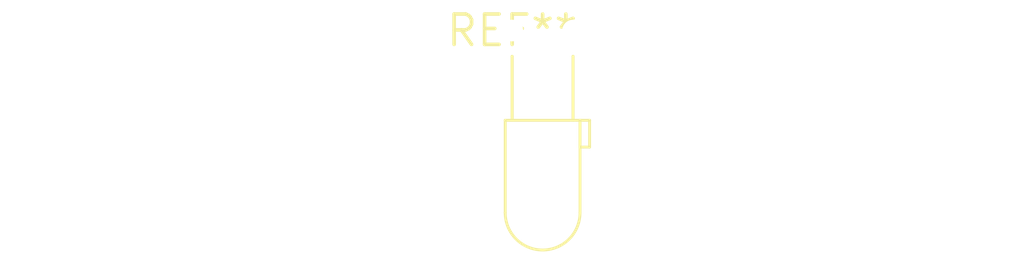
<source format=kicad_pcb>
(kicad_pcb (version 20240108) (generator pcbnew)
  (layers (0 "F.Cu" signal) (31 "B.Cu" signal) (34 "B.Paste" user) (35 "F.Paste" user) (36 "B.SilkS" user "B.Silkscreen") (37 "F.SilkS" user "F.Silkscreen") (38 "B.Mask" user) (39 "F.Mask" user) (44 "Edge.Cuts" user))
  (net 0 "")
  (footprint "LED_D3.0mm_Horizontal_O3.81mm_Z10.0mm" (layer "F.Cu") (at 0 0)
    (property "Reference" "REF**")
    (property "Value" "LED_D3.0mm_Horizontal_O3.81mm_Z10.0mm")
    (fp_line (start -0.29 3.75) (end -0.29 7.61) (layer "F.SilkS") (stroke (width 0.12)))
    (fp_line (start -0.29 3.75) (end 2.83 3.75) (layer "F.SilkS") (stroke (width 0.12)))
    (fp_line (start 0 1.08) (end 0 1.08) (layer "F.SilkS") (stroke (width 0.12)))
    (fp_line (start 0 1.08) (end 0 3.75) (layer "F.SilkS") (stroke (width 0.12)))
    (fp_line (start 0 3.75) (end 0 1.08) (layer "F.SilkS") (stroke (width 0.12)))
    (fp_line (start 0 3.75) (end 0 3.75) (layer "F.SilkS") (stroke (width 0.12)))
    (fp_line (start 2.54 1.08) (end 2.54 1.08) (layer "F.SilkS") (stroke (width 0.12)))
    (fp_line (start 2.54 1.08) (end 2.54 3.75) (layer "F.SilkS") (stroke (width 0.12)))
    (fp_line (start 2.54 3.75) (end 2.54 1.08) (layer "F.SilkS") (stroke (width 0.12)))
    (fp_line (start 2.54 3.75) (end 2.54 3.75) (layer "F.SilkS") (stroke (width 0.12)))
    (fp_line (start 2.83 3.75) (end 2.83 7.61) (layer "F.SilkS") (stroke (width 0.12)))
    (fp_line (start 2.83 3.75) (end 3.23 3.75) (layer "F.SilkS") (stroke (width 0.12)))
    (fp_line (start 2.83 4.87) (end 2.83 3.75) (layer "F.SilkS") (stroke (width 0.12)))
    (fp_line (start 3.23 3.75) (end 3.23 4.87) (layer "F.SilkS") (stroke (width 0.12)))
    (fp_line (start 3.23 4.87) (end 2.83 4.87) (layer "F.SilkS") (stroke (width 0.12)))
    (fp_arc (start 2.83 7.61) (mid 1.27 9.17) (end -0.29 7.61) (layer "F.SilkS") (stroke (width 0.12)))
    (pad "1" thru_hole rect (at 0 0) (size 1.8 1.8) (drill 0.9) (layers *.Cu *.Mask) (remove_unused_layers))
    (pad "2" thru_hole circle (at 2.54 0) (size 1.8 1.8) (drill 0.9) (layers *.Cu *.Mask) (remove_unused_layers))
  )
)
</source>
